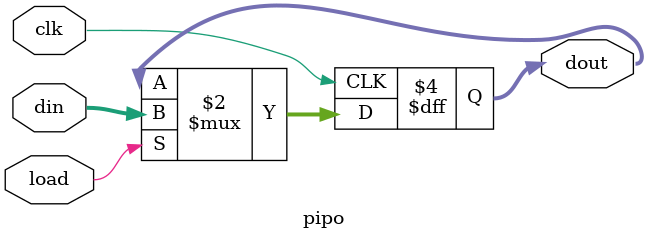
<source format=v>
module pipo (dout, din, clk, load);

    input clk, load;
    input [15:0]din;
    output reg [15:0]dout;

    always@ (posedge clk)
    begin
        
        if (load)

        dout <= din;
    end
endmodule
</source>
